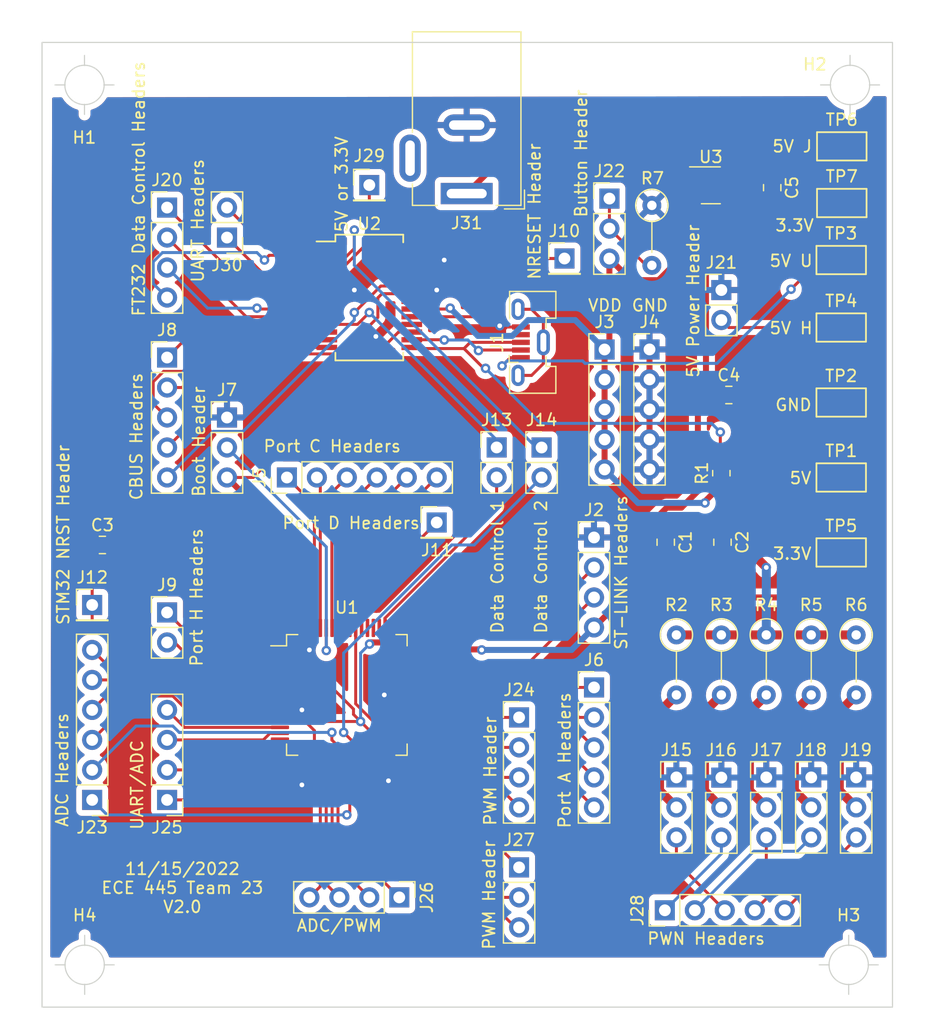
<source format=kicad_pcb>
(kicad_pcb (version 20211014) (generator pcbnew)
  (title_block (title "Team 23 PCB") (date "2022-11-15") (rev "2.0") (company "University of Illinois at Urbana-Champaign,  ECE 445 Fall 2022") (comment 1 "Edited by Yonseo Choi, Sean Kim, Aaron Gros"))
  (layers (0 "F.Cu" signal) (31 "B.Cu" signal) (34 "B.Paste" user) (35 "F.Paste" user) (36 "B.SilkS" user "B.Silkscreen") (37 "F.SilkS" user "F.Silkscreen") (38 "B.Mask" user) (39 "F.Mask" user) (44 "Edge.Cuts" user))
  (net 0 "")
  (net 1 "GND")
  (net 2 "Net-(C3-Pad1)")
  (net 3 "+3V3")
  (net 4 "Net-(J1-Pad1)")
  (net 5 "/Data-")
  (net 6 "/Data+")
  (net 8 "unconnected-(J1-Pad6)")
  (net 9 "/SWCLK")
  (net 10 "/SWDIO")
  (net 11 "Net-(J5-Pad1)")
  (net 12 "Net-(J5-Pad2)")
  (net 13 "Net-(J5-Pad3)")
  (net 14 "Net-(J5-Pad4)")
  (net 15 "Net-(J5-Pad5)")
  (net 16 "Net-(J5-Pad6)")
  (net 17 "Net-(J6-Pad1)")
  (net 18 "Net-(J6-Pad2)")
  (net 19 "Net-(J6-Pad3)")
  (net 20 "Net-(J6-Pad4)")
  (net 21 "Net-(J6-Pad5)")
  (net 22 "Net-(J7-Pad2)")
  (net 23 "Net-(J8-Pad1)")
  (net 24 "Net-(J8-Pad2)")
  (net 25 "Net-(J8-Pad3)")
  (net 26 "Net-(J8-Pad4)")
  (net 27 "Net-(J8-Pad5)")
  (net 28 "Net-(J9-Pad1)")
  (net 29 "Net-(J9-Pad2)")
  (net 30 "Net-(J10-Pad1)")
  (net 31 "Net-(J11-Pad1)")
  (net 32 "/ft232_cts")
  (net 33 "/uart4_rts")
  (net 34 "/ft232_rts")
  (net 35 "/uart4_cts")
  (net 36 "Net-(J15-Pad2)")
  (net 37 "Net-(J16-Pad2)")
  (net 38 "Net-(J17-Pad2)")
  (net 39 "Net-(J18-Pad2)")
  (net 40 "Net-(J19-Pad2)")
  (net 41 "Net-(J20-Pad1)")
  (net 42 "Net-(J20-Pad2)")
  (net 43 "Net-(J20-Pad3)")
  (net 44 "Net-(J20-Pad4)")
  (net 45 "+5V")
  (net 46 "Net-(J22-Pad1)")
  (net 61 "Net-(J21-Pad2)")
  (net 62 "/servo3")
  (net 63 "/servo1")
  (net 64 "/servo4")
  (net 65 "/servo2")
  (net 66 "/servo5")
  (net 67 "Net-(J23-Pad1)")
  (net 68 "Net-(J23-Pad2)")
  (net 69 "Net-(J23-Pad3)")
  (net 70 "Net-(J23-Pad4)")
  (net 71 "Net-(J23-Pad5)")
  (net 72 "Net-(J23-Pad6)")
  (net 73 "Net-(J24-Pad1)")
  (net 74 "Net-(J24-Pad2)")
  (net 75 "Net-(J24-Pad3)")
  (net 76 "Net-(J24-Pad4)")
  (net 77 "Net-(J25-Pad1)")
  (net 78 "Net-(J25-Pad2)")
  (net 79 "Net-(J25-Pad3)")
  (net 80 "Net-(J25-Pad4)")
  (net 81 "Net-(J26-Pad1)")
  (net 82 "Net-(J26-Pad2)")
  (net 83 "Net-(J26-Pad3)")
  (net 84 "Net-(J26-Pad4)")
  (net 85 "Net-(J27-Pad1)")
  (net 86 "Net-(J27-Pad2)")
  (net 87 "Net-(J27-Pad3)")
  (net 88 "Net-(J29-Pad1)")
  (net 89 "Net-(J30-Pad1)")
  (net 90 "Net-(J30-Pad2)")
  (net 91 "Net-(J31-Pad1)")
  (footprint "Connector_PinHeader_2.54mm:PinHeader_1x03_P2.54mm_Vertical" (layer "F.Cu") (at 195.58 106.045)
    (fp_text reference "J15")
    (fp_text value "Servo Header 3")
  )
  (footprint "MountingHole:MountingHole_3.2mm_M3" (layer "F.Cu") (at 145.415 121.92)
    (fp_text reference "H4")
    (fp_text value "MountingHole")
  )
  (footprint "MountingHole:MountingHole_3.2mm_M3" (layer "F.Cu") (at 210.185 121.92)
    (fp_text reference "H3")
    (fp_text value "MountingHole")
  )
  (footprint "Connector_PinHeader_2.54mm:PinHeader_1x03_P2.54mm_Vertical" (layer "F.Cu") (at 207.01 106.045)
    (fp_text reference "J18")
    (fp_text value "Servo Header 2")
  )
  (footprint "Connector_PinHeader_2.54mm:PinHeader_1x05_P2.54mm_Vertical" (layer "F.Cu") (at 193.3 69.8)
    (fp_text reference "J4")
    (fp_text value "GND")
  )
  (footprint "Connector_PinHeader_2.54mm:PinHeader_1x03_P2.54mm_Vertical" (layer "F.Cu") (at 182.245 113.665)
    (fp_text reference "J27")
    (fp_text value "PWM Header")
  )
  (footprint "Package_QFP:LQFP-64_10x10mm_P0.5mm" (layer "F.Cu") (at 167.64 99.06)
    (fp_text reference "U1")
    (fp_text value "STM32F446RETx")
  )
  (footprint "TestPoint:TestPoint_Keystone_5019_Minature" (layer "F.Cu") (at 209.55 80.645)
    (fp_text reference "TP1")
    (fp_text value "5V")
  )
  (footprint "TestPoint:TestPoint_Keystone_5019_Minature" (layer "F.Cu") (at 209.55 62.23)
    (fp_text reference "TP3")
    (fp_text value "5V U")
  )
  (footprint "Resistor_THT:R_Axial_DIN0207_L6.3mm_D2.5mm_P5.08mm_Vertical" (layer "F.Cu") (at 195.58 93.98 -90)
    (fp_text reference "R2")
    (fp_text value "R")
  )
  (footprint "TestPoint:TestPoint_Keystone_5019_Minature" (layer "F.Cu") (at 209.55 67.945)
    (fp_text reference "TP4")
    (fp_text value "5V H")
  )
  (footprint "Capacitor_SMD:C_0805_2012Metric_Pad1.18x1.45mm_HandSolder" (layer "F.Cu") (at 194.675 86.1275 -90)
    (fp_text reference "C1")
    (fp_text value "10uF")
  )
  (footprint "Capacitor_SMD:C_0805_2012Metric_Pad1.18x1.45mm_HandSolder" (layer "F.Cu") (at 146.9175 86.36)
    (fp_text reference "C3")
    (fp_text value "0.1uF")
  )
  (footprint "Connector_PinHeader_2.54mm:PinHeader_1x04_P2.54mm_Vertical" (layer "F.Cu") (at 152.4 57.785)
    (fp_text reference "J20")
    (fp_text value "FT232 Data Control Headers")
  )
  (footprint "Connector_PinHeader_2.54mm:PinHeader_1x05_P2.54mm_Vertical" (layer "F.Cu") (at 189.49 69.805)
    (fp_text reference "J3")
    (fp_text value "VDD")
  )
  (footprint "MountingHole:MountingHole_3.2mm_M3" (layer "F.Cu") (at 145.4 47.4)
    (fp_text reference "H1")
    (fp_text value "MountingHole")
  )
  (footprint "Connector_PinHeader_2.54mm:PinHeader_1x02_P2.54mm_Vertical" (layer "F.Cu") (at 180.34 78.1)
    (fp_text reference "J13")
    (fp_text value "Data Control 1")
  )
  (footprint "Connector_PinHeader_2.54mm:PinHeader_1x01_P2.54mm_Vertical" (layer "F.Cu") (at 175.26 84.455)
    (fp_text reference "J11")
    (fp_text value "Port D Headers")
  )
  (footprint "Connector_PinHeader_2.54mm:PinHeader_1x01_P2.54mm_Vertical" (layer "F.Cu") (at 146.05 91.44)
    (fp_text reference "J12")
    (fp_text value "STM32 NRST Header")
  )
  (footprint "Resistor_THT:R_Axial_DIN0207_L6.3mm_D2.5mm_P5.08mm_Vertical" (layer "F.Cu") (at 199.39 93.98 -90)
    (fp_text reference "R3")
    (fp_text value "R")
  )
  (footprint "Connector_PinHeader_2.54mm:PinHeader_1x04_P2.54mm_Vertical" (layer "F.Cu") (at 188.595 85.725)
    (fp_text reference "J2")
    (fp_text value "ST-LINK Headers")
  )
  (footprint "Connector_PinHeader_2.54mm:PinHeader_1x03_P2.54mm_Vertical" (layer "F.Cu") (at 157.48 75.565)
    (fp_text reference "J7")
    (fp_text value "Boot Header")
  )
  (footprint "Connector_PinHeader_2.54mm:PinHeader_1x05_P2.54mm_Vertical" (layer "F.Cu") (at 152.4 70.485)
    (fp_text reference "J8")
    (fp_text value "CBUS Headers ")
  )
  (footprint "TestPoint:TestPoint_Keystone_5019_Minature" (layer "F.Cu") (at 209.6 52.6)
    (fp_text reference "TP6")
    (fp_text value "5V J")
  )
  (footprint "Resistor_THT:R_Axial_DIN0207_L6.3mm_D2.5mm_P5.08mm_Vertical" (layer "F.Cu") (at 210.82 93.98 -90)
    (fp_text reference "R6")
    (fp_text value "R")
  )
  (footprint "Package_TO_SOT_SMD:SOT-23-5" (layer "F.Cu") (at 198.5 55.9)
    (fp_text reference "U3")
    (fp_text value "TLV73333PDBV")
  )
  (footprint "Package_SO:SSOP-28_5.3x10.2mm_P0.65mm" (layer "F.Cu") (at 169.545 65.405)
    (fp_text reference "U2")
    (fp_text value "FT232RL")
  )
  (footprint "Connector_PinHeader_2.54mm:PinHeader_1x04_P2.54mm_Vertical" (layer "F.Cu") (at 182.245 100.965)
    (fp_text reference "J24")
    (fp_text value "PWM Header")
  )
  (footprint "Resistor_THT:R_Axial_DIN0207_L6.3mm_D2.5mm_P5.08mm_Vertical" (layer "F.Cu") (at 203.2 93.98 -90)
    (fp_text reference "R4")
    (fp_text value "R")
  )
  (footprint "Connector_PinHeader_2.54mm:PinHeader_1x05_P2.54mm_Vertical" (layer "F.Cu") (at 194.6 117.3 90)
    (fp_text reference "J28")
    (fp_text value "PWN Headers")
  )
  (footprint "Connector_PinHeader_2.54mm:PinHeader_1x04_P2.54mm_Vertical" (layer "F.Cu") (at 152.4 107.95 180)
    (fp_text reference "J25")
    (fp_text value "UART/ADC")
  )
  (footprint "Connector_PinHeader_2.54mm:PinHeader_1x03_P2.54mm_Vertical" (layer "F.Cu") (at 203.2 106.045)
    (fp_text reference "J17")
    (fp_text value "Servo Header 4")
  )
  (footprint "Connector_PinHeader_2.54mm:PinHeader_1x01_P2.54mm_Vertical" (layer "F.Cu") (at 186.09 62.1)
    (fp_text reference "J10")
    (fp_text value "NRESET Header")
  )
  (footprint "Connector_PinHeader_2.54mm:PinHeader_1x02_P2.54mm_Vertical" (layer "F.Cu") (at 199.39 64.77)
    (fp_text reference "J21")
    (fp_text value "5V Power Header")
  )
  (footprint "MountingHole:MountingHole_3.2mm_M3" (layer "F.Cu") (at 210.3 47.4)
    (fp_text reference "H2")
    (fp_text value "MountingHole")
  )
  (footprint "Connector_PinHeader_2.54mm:PinHeader_1x06_P2.54mm_Vertical" (layer "F.Cu") (at 162.56 80.645 90)
    (fp_text reference "J5")
    (fp_text value "Port C Headers")
  )
  (footprint "Connector_PinHeader_2.54mm:PinHeader_1x01_P2.54mm_Vertical" (layer "F.Cu") (at 169.545 55.88)
    (fp_text reference "J29")
    (fp_text value "5V or 3.3V")
  )
  (footprint "Connector_PinHeader_2.54mm:PinHeader_1x05_P2.54mm_Vertical" (layer "F.Cu") (at 188.595 98.425)
    (fp_text reference "J6")
    (fp_text value "Port A Headers")
  )
  (footprint "Connector_PinHeader_2.54mm:PinHeader_1x03_P2.54mm_Vertical" (layer "F.Cu") (at 210.82 106.045)
    (fp_text reference "J19")
    (fp_text value "Servo Header 5")
  )
  (footprint "Connector_USB:USB_Micro-B_Molex-105133-0031" (layer "F.Cu") (at 183.225 69.2 90)
    (fp_text reference "J1")
    (fp_text value "USB_B_Micro")
  )
  (footprint "Connector_PinHeader_2.54mm:PinHeader_1x04_P2.54mm_Vertical" (layer "F.Cu") (at 172.085 116.205 -90)
    (fp_text reference "J26")
    (fp_text value "ADC/PWM")
  )
  (footprint "Connector_BarrelJack:BarrelJack_Wuerth_6941xx301002" (layer "F.Cu") (at 177.8 56.6 180)
    (fp_text reference "J31")
    (fp_text value "Jack-DC")
  )
  (footprint "Connector_PinHeader_2.54mm:PinHeader_1x03_P2.54mm_Vertical" (layer "F.Cu") (at 189.9 57.025)
    (fp_text reference "J22")
    (fp_text value "Button Header")
  )
  (footprint "TestPoint:TestPoint_Keystone_5019_Minature" (layer "F.Cu") (at 209.6 57.4)
    (fp_text reference "TP7")
    (fp_text value "3.3V")
  )
  (footprint "Capacitor_SMD:C_0805_2012Metric_Pad1.18x1.45mm_HandSolder" (layer "F.Cu") (at 200.025 73.66)
    (fp_text reference "C4")
    (fp_text value "100uF")
  )
  (footprint "Connector_PinHeader_2.54mm:PinHeader_1x02_P2.54mm_Vertical" (layer "F.Cu") (at 157.48 60.325 180)
    (fp_text reference "J30")
    (fp_text value "UART Headers")
  )
  (footprint "Connector_PinHeader_2.54mm:PinHeader_1x02_P2.54mm_Vertical" (layer "F.Cu") (at 152.4 92.075)
    (fp_text reference "J9")
    (fp_text value "Port H Headers")
  )
  (footprint "TestPoint:TestPoint_Keystone_5019_Minature" (layer "F.Cu") (at 209.55 86.995)
    (fp_text reference "TP5")
    (fp_text value "3.3V")
  )
  (footprint "Resistor_THT:R_Axial_DIN0207_L6.3mm_D2.5mm_P5.08mm_Vertical" (layer "F.Cu") (at 193.5 57.6 -90)
    (fp_text reference "R7")
    (fp_text value "R")
  )
  (footprint "Capacitor_SMD:C_0805_2012Metric_Pad1.18x1.45mm_HandSolder" (layer "F.Cu") (at 203.7 56.1 -90)
    (fp_text reference "C5")
    (fp_text value "0.1uF")
  )
  (footprint "TestPoint:TestPoint_Keystone_5019_Minature" (layer "F.Cu") (at 209.55 74.295)
    (fp_text reference "TP2")
    (fp_text value "GND")
  )
  (footprint "Resistor_SMD:R_0805_2012Metric_Pad1.20x1.40mm_HandSolder" (layer "F.Cu") (at 199.39 80.28 90)
    (fp_text reference "R1")
    (fp_text value "1.5k ohm")
  )
  (footprint "Capacitor_SMD:C_0805_2012Metric_Pad1.18x1.45mm_HandSolder" (layer "F.Cu") (at 199.485 86.1275 -90)
    (fp_text reference "C2")
    (fp_text value "0.1uF")
  )
  (footprint "Resistor_THT:R_Axial_DIN0207_L6.3mm_D2.5mm_P5.08mm_Vertical" (layer "F.Cu") (at 207.01 93.98 -90)
    (fp_text reference "R5")
    (fp_text value "R")
  )
  (footprint "Connector_PinHeader_2.54mm:PinHeader_1x03_P2.54mm_Vertical" (layer "F.Cu") (at 199.39 106.06)
    (fp_text reference "J16")
    (fp_text value "Servo Header 1")
  )
  (footprint "Connector_PinHeader_2.54mm:PinHeader_1x06_P2.54mm_Vertical" (layer "F.Cu") (at 146.05 107.95 180)
    (fp_text reference "J23")
    (fp_text value "ADC Headers")
  )
  (footprint "Connector_PinHeader_2.54mm:PinHeader_1x02_P2.54mm_Vertical" (layer "F.Cu") (at 184.15 78.105)
    (fp_text reference "J14")
    (fp_text value "Data Control 2")
  )
  (gr_rect (start 213.9 125.5) (end 141.8 43.8) (layer "Edge.Cuts") (width 0.1) (fill none))
  (gr_text "11/15/2022\nECE 445 Team 23\nV2.0" (at 153.7 115.4) (layer "F.SilkS") (effects (font (size 1 1))))
  (target plus (at 210.185 121.92) (size 5) (width 0.1) (layer "Edge.Cuts"))
  (target plus (at 145.415 121.92) (size 5) (width 0.1) (layer "Edge.Cuts"))
  (target plus (at 145.4 47.4) (size 5) (width 0.1) (layer "Edge.Cuts"))
  (target plus (at 210.3 47.4) (size 5) (width 0.1) (layer "Edge.Cuts"))
  (segment (start 163.35 100.81) (end 163.83 100.33) (width 0.25) (layer "F.Cu") (net 1))
  (segment (start 173.145 62.48) (end 175.645 62.48) (width 0.25) (layer "F.Cu") (net 1))
  (segment (start 164.39 104.735) (end 164.39 106.12) (width 0.25) (layer "F.Cu") (net 1))
  (segment (start 161.965 100.81) (end 163.35 100.81) (width 0.25) (layer "F.Cu") (net 1))
  (segment (start 174.3 65.73) (end 175.26 64.77) (width 0.25) (layer "F.Cu") (net 1))
  (segment (start 173.145 65.73) (end 174.3 65.73) (width 0.25) (layer "F.Cu") (net 1))
  (segment (start 170.89 104.735) (end 170.89 106.051085) (width 0.25) (layer "F.Cu") (net 1))
  (segment (start 172.16 95.81) (end 170.815 97.155) (width 0.254) (layer "F.Cu") (net 1))
  (segment (start 173.315 95.81) (end 172.16 95.81) (width 0.254) (layer "F.Cu") (net 1))
  (segment (start 167.965 65.08) (end 168.275 64.77) (width 0.25) (layer "F.Cu") (net 1))
  (segment (start 182.4 67.9) (end 180.7 67.9) (width 0.254) (layer "F.Cu") (net 1))
  (segment (start 164.39 93.385) (end 164.39 95.175) (width 0.25) (layer "F.Cu") (net 1))
  (segment (start 173.145 67.68) (end 171.12 67.68) (width 0.254) (layer "F.Cu") (net 1))
  (segment (start 180.7 67.9) (end 180.6 67.8) (width 0.254) (layer "F.Cu") (net 1))
  (segment (start 175.645 62.48) (end 175.895 62.23) (width 0.25) (layer "F.Cu") (net 1))
  (segment (start 164.39 95.175) (end 164.465 95.25) (width 0.25) (layer "F.Cu") (net 1))
  (segment (start 171.12 67.68) (end 170.1 68.7) (width 0.254) (layer "F.Cu") (net 1))
  (segment (start 164.39 106.12) (end 163.83 106.68) (width 0.25) (layer "F.Cu") (net 1))
  (segment (start 170.815 97.155) (end 170.815 99.06) (width 0.254) (layer "F.Cu") (net 1))
  (segment (start 170.89 106.051085) (end 171.166958 106.328043) (width 0.25) (layer "F.Cu") (net 1))
  (segment (start 165.945 65.08) (end 167.965 65.08) (width 0.25) (layer "F.Cu") (net 1))
  (via (at 163.83 106.68) (size 0.8) (drill 0.4) (layers "F.Cu" "B.Cu") (net 1))
  (via (at 168.275 64.77) (size 0.8) (drill 0.4) (layers "F.Cu" "B.Cu") (net 1))
  (via (at 164.465 95.25) (size 0.8) (drill 0.4) (layers "F.Cu" "B.Cu") (net 1))
  (via (at 163.83 100.33) (size 0.8) (drill 0.4) (layers "F.Cu" "B.Cu") (net 1))
  (via (at 180.6 67.8) (size 0.8) (drill 0.4) (layers "F.Cu" "B.Cu") (net 1))
  (via (at 175.895 62.23) (size 0.8) (drill 0.4) (layers "F.Cu" "B.Cu") (net 1))
  (via (at 171.166958 106.328043) (size 0.8) (drill 0.4) (layers "F.Cu" "B.Cu") (net 1))
  (via (at 170.1 68.7) (size 0.8) (drill 0.4) (layers "F.Cu" "B.Cu") (net 1))
  (via (at 175.26 64.77) (size 0.8) (drill 0.4) (layers "F.Cu" "B.Cu") (net 1))
  (via (at 170.815 99.06) (size 0.8) (drill 0.4) (layers "F.Cu" "B.Cu") (net 1))
  (segment (start 149.86 96.52) (end 146.05 92.71) (width 0.25) (layer "F.Cu") (net 2))
  (segment (start 146.05 86.53) (end 146.05 91.44) (width 0.25) (layer "F.Cu") (net 2))
  (segment (start 146.05 92.71) (end 146.05 91.44) (width 0.25) (layer "F.Cu") (net 2))
  (segment (start 153.036396 96.52) (end 149.86 96.52) (width 0.25) (layer "F.Cu") (net 2))
  (segment (start 145.88 86.36) (end 146.05 86.53) (width 0.25) (layer "F.Cu") (net 2))
  (segment (start 154.826396 98.31) (end 153.036396 96.52) (width 0.25) (layer "F.Cu") (net 2))
  (segment (start 161.965 98.31) (end 154.826396 98.31) (width 0.25) (layer "F.Cu") (net 2))
  (segment (start 203.5875 54.95) (end 203.7 55.0625) (width 0.508) (layer "F.Cu") (net 3))
  (segment (start 163.786 86.951) (end 163.786 93.865881) (width 0.508) (layer "F.Cu") (net 3))
  (segment (start 168.203604 100.26) (end 168.203604 100.707919) (width 0.25) (layer "F.Cu") (net 3))
  (segment (start 197.4 75.2475) (end 198.9875 73.66) (width 0.508) (layer "F.Cu") (net 3))
  (segment (start 172.676 95.206) (end 172.085 94.615) (width 0.508) (layer "F.Cu") (net 3))
  (segment (start 179.07 95.25) (end 173.375 95.25) (width 0.25) (layer "F.Cu") (net 3))
  (segment (start 164.89 104.735) (end 164.89 102.08) (width 0.25) (layer "F.Cu") (net 3))
  (segment (start 173.375 95.25) (end 173.315 95.31) (width 0.25) (layer "F.Cu") (net 3))
  (segment (start 168.805685 101.31) (end 164.12 101.31) (width 0.25) (layer "F.Cu") (net 3))
  (segment (start 172.085 94.615) (end 169.702617 94.615) (width 0.508) (layer "F.Cu") (net 3))
  (segment (start 168.203604 100.707919) (end 168.805685 101.31) (width 0.25) (layer "F.Cu") (net 3))
  (segment (start 166.37 98.425) (end 166.37 98.426396) (width 0.25) (layer "F.Cu") (net 3))
  (segment (start 179.026 95.206) (end 172.676 95.206) (width 0.508) (layer "F.Cu") (net 3))
  (segment (start 169.702617 94.615) (end 169.565671 94.751946) (width 0.508) (layer "F.Cu") (net 3))
  (segment (start 171.39 103.894315) (end 168.805685 101.31) (width 0.25) (layer "F.Cu") (net 3))
  (segment (start 166.37 98.426396) (end 168.203604 100.26) (width 0.25) (layer "F.Cu") (net 3))
  (segment (start 159.705 80.645) (end 157.48 80.645) (width 0.25) (layer "F.Cu") (net 3))
  (segment (start 171.39 104.735) (end 171.39 103.894315) (width 0.25) (layer "F.Cu") (net 3))
  (segment (start 163.195 95.25) (end 166.37 98.425) (width 0.25) (layer "F.Cu") (net 3))
  (segment (start 164.89 102.08) (end 164.12 101.31) (width 0.25) (layer "F.Cu") (net 3))
  (segment (start 161.965 95.31) (end 162.025 95.25) (width 0.25) (layer "F.Cu") (net 3))
  (segment (start 192.405 90.805) (end 191.77 90.17) (width 0.508) (layer "F.Cu") (net 3))
  (segment (start 206.0375 57.4) (end 209.6 57.4) (width 0.508) (layer "F.Cu") (net 3))
  (segment (start 196 83.2) (end 197.4 81.8) (width 0.508) (layer "F.Cu") (net 3))
  (segment (start 173.145 68.33) (end 172.02 68.33) (width 0.25) (layer "F.Cu") (net 3))
  (segment (start 188.595 93.345) (end 191.77 90.17) (width 0.508) (layer "F.Cu") (net 3))
  (segment (start 172.02 68.33) (end 159.705 80.645) (width 0.25) (layer "F.Cu") (net 3))
  (segment (start 198.086 60.6765) (end 203.7 55.0625) (width 0.508) (layer "F.Cu") (net 3))
  (segment (start 198.086 72.7585) (end 198.086 60.6765) (width 0.508) (layer "F.Cu") (net 3))
  (segment (start 197.4 81.8) (end 197.4 75.2475) (width 0.508) (layer "F.Cu") (net 3))
  (segment (start 209.55 86.995) (end 205.74 90.805) (width 0.508) (layer "F.Cu") (net 3))
  (segment (start 162.025 95.25) (end 163.195 95.25) (width 0.25) (layer "F.Cu") (net 3))
  (segment (start 205.74 90.805) (end 192.405 90.805) (width 0.508) (layer "F.Cu") (net 3))
  (segment (start 191.77 86.186894) (end 194.756894 83.2) (width 0.508) (layer "F.Cu") (net 3))
  (segment (start 203.7 55.0625) (end 206.0375 57.4) (width 0.508) (layer "F.Cu") (net 3))
  (segment (start 162.445881 95.206) (end 161.965 95.206) (width 0.508) (layer "F.Cu") (net 3))
  (segment (start 198.9875 73.66) (end 198.086 72.7585) (width 0.508) (layer "F.Cu") (net 3))
  (segment (start 199.6375 54.95) (end 203.5875 54.95) (width 0.508) (layer "F.Cu") (net 3))
  (segment (start 179.07 95.25) (end 179.026 95.206) (width 0.508) (layer "F.Cu") (net 3))
  (segment (start 191.77 90.17) (end 191.77 86.186894) (width 0.508) (layer "F.Cu") (net 3))
  (segment (start 161.965 95.31) (end 163.89 93.385) (width 0.25) (layer "F.Cu") (net 3))
  (segment (start 164.12 101.31) (end 161.965 101.31) (width 0.25) (layer "F.Cu") (net 3))
  (segment (start 163.786 93.865881) (end 162.445881 95.206) (width 0.508) (layer "F.Cu") (net 3))
  (segment (start 194.756894 83.2) (end 196 83.2) (width 0.508) (layer "F.Cu") (net 3))
  (segment (start 157.48 80.645) (end 163.89 87.055) (width 0.25) (layer "F.Cu") (net 3))
  (segment (start 163.89 87.055) (end 163.89 93.385) (width 0.25) (layer "F.Cu") (net 3))
  (segment (start 157.48 80.645) (end 163.786 86.951) (width 0.508) (layer "F.Cu") (net 3))
  (via (at 179.07 95.25) (size 0.8) (drill 0.4) (layers "F.Cu" "B.Cu") (net 3))
  (via (at 169.565671 94.751946) (size 0.8) (drill 0.4) (layers "F.Cu" "B.Cu") (net 3))
  (via (at 168.805685 101.31) (size 0.8) (drill 0.4) (layers "F.Cu" "B.Cu") (net 3))
  (segment (start 169.565671 94.751946) (end 168.805685 95.511932) (width 0.25) (layer "B.Cu") (net 3))
  (segment (start 188.595 93.345) (end 186.69 95.25) (width 0.508) (layer "B.Cu") (net 3))
  (segment (start 186.69 95.25) (end 179.07 95.25) (width 0.508) (layer "B.Cu") (net 3))
  (segment (start 168.805685 95.511932) (end 168.805685 101.31) (width 0.25) (layer "B.Cu") (net 3))
  (segment (start 182.4 70.5) (end 181.875 70.5) (width 0.254) (layer "F.Cu") (net 4))
  (segment (start 205.3 64.7) (end 207.77 62.23) (width 0.254) (layer "F.Cu") (net 4))
  (segment (start 181.5 70.5) (end 180.8 71.2) (width 0.254) (layer "F.Cu") (net 4))
  (segment (start 182.4 70.5) (end 181.5 70.5) (width 0.254) (layer "F.Cu") (net 4))
  (segment (start 207.77 62.23) (end 209.55 62.23) (width 0.254) (layer "F.Cu") (net 4))
  (via (at 205.3 64.7) (size 0.8) (drill 0.4) (layers "F.Cu" "B.Cu") (net 4))
  (via (at 180.8 71.2) (size 0.8) (drill 0.4) (layers "F.Cu" "B.Cu") (net 4))
  (segment (start 181.227 70.773) (end 187.627 70.773) (width 0.254) (layer "B.Cu") (net 4))
  (segment (start 187.627 70.773) (end 187.836 70.982) (width 0.254) (layer "B.Cu") (net 4))
  (segment (start 180.8 71.2) (end 181.227 70.773) (width 0.254) (layer "B.Cu") (net 4))
  (segment (start 199.018 70.982) (end 205.3 64.7) (width 0.254) (layer "B.Cu") (net 4))
  (segment (start 187.836 70.982) (end 199.018 70.982) (width 0.254) (layer "B.Cu") (net 4))
  (segment (start 178.8 69.9) (end 178.85 69.85) (width 0.254) (layer "F.Cu") (net 5))
  (segment (start 175.88 68.98) (end 175.9 69) (width 0.254) (layer "F.Cu") (net 5))
  (segment (start 178.85 69.85) (end 182.4 69.85) (width 0.254) (layer "F.Cu") (net 5))
  (segment (start 173.145 68.98) (end 175.88 68.98) (width 0.254) (layer "F.Cu") (net 5))
  (via (at 178.8 69.9) (size 0.8) (drill 0.4) (layers "F.Cu" "B.Cu") (net 5))
  (via (at 175.9 69) (size 0.8) (drill 0.4) (layers "F.Cu" "B.Cu") (net 5))
  (segment (start 177.9 69) (end 178.8 69.9) (width 0.254) (layer "B.Cu") (net 5))
  (segment (start 175.9 69) (end 177.9 69) (width 0.254) (layer "B.Cu") (net 5))
  (segment (start 177.573 69.727) (end 178.1 69.2) (width 0.254) (layer "F.Cu") (net 6))
  (segment (start 179.246 71.4) (end 179.4 71.4) (width 0.254) (layer "F.Cu") (net 6))
  (segment (start 177.573 69.727) (end 179.246 71.4) (width 0.254) (layer "F.Cu") (net 6))
  (segment (start 173.145 69.63) (end 173.242 69.727) (width 0.254) (layer "F.Cu") (net 6))
  (segment (start 199.3 79.19) (end 199.39 79.28) (width 0.254) (layer "F.Cu") (net 6))
  (segment (start 173.242 69.727) (end 177.573 69.727) (width 0.254) (layer "F.Cu") (net 6))
  (segment (start 199.3 76.8) (end 199.3 79.19) (width 0.254) (layer "F.Cu") (net 6))
  (segment (start 178.1 69.2) (end 182.4 69.2) (width 0.254) (layer "F.Cu") (net 6))
  (via (at 199.3 76.8) (size 0.8) (drill 0.4) (layers "F.Cu" "B.Cu") (net 6))
  (via (at 179.4 71.4) (size 0.8) (drill 0.4) (layers "F.Cu" "B.Cu") (net 6))
  (segment (start 198.562 76.062) (end 199.3 76.8) (width 0.254) (layer "B.Cu") (net 6))
  (segment (start 179.4 71.4) (end 184.062 76.062) (width 0.254) (layer "B.Cu") (net 6))
  (segment (start 184.062 76.062) (end 198.562 76.062) (width 0.254) (layer "B.Cu") (net 6))
  (segment (start 183.3 72) (end 184.3 71) (width 0.254) (layer "F.Cu") (net 8))
  (segment (start 184.3 71) (end 184.3 69.2) (width 0.254) (layer "F.Cu") (net 8))
  (segment (start 183.3 66.4) (end 182.15 66.4) (width 0.254) (layer "F.Cu") (net 8))
  (segment (start 184.3 69.2) (end 184.3 67.4) (width 0.254) (layer "F.Cu") (net 8))
  (segment (start 184.3 67.4) (end 183.3 66.4) (width 0.254) (layer "F.Cu") (net 8))
  (segment (start 182.15 72) (end 183.3 72) (width 0.254) (layer "F.Cu") (net 8))
  (segment (start 183.475 93.385) (end 171.39 93.385) (width 0.25) (layer "F.Cu") (net 9))
  (segment (start 188.595 88.265) (end 183.475 93.385) (width 0.25) (layer "F.Cu") (net 9))
  (segment (start 188.595 90.805) (end 183.09 96.31) (width 0.25) (layer "F.Cu") (net 10))
  (segment (start 183.09 96.31) (end 173.315 96.31) (width 0.25) (layer "F.Cu") (net 10))
  (segment (start 162.56 80.645) (end 164.89 82.975) (width 0.25) (layer "F.Cu") (net 11))
  (segment (start 164.89 82.975) (end 164.89 93.385) (width 0.25) (layer "F.Cu") (net 11))
  (segment (start 165.1 80.645) (end 165.39 80.935) (width 0.25) (layer "F.Cu") (net 12))
  (segment (start 165.39 80.935) (end 165.39 93.385) (width 0.25) (layer "F.Cu") (net 12))
  (segment (start 167.64 80.645) (end 166.37 81.915) (width 0.25) (layer "F.Cu") (net 13))
  (segment (start 166.37 81.915) (end 166.37 93.365) (width 0.25) (layer "F.Cu") (net 13))
  (segment (start 166.37 93.365) (end 166.39 93.385) (width 0.25) (layer "F.Cu") (net 13))
  (segment (start 166.89 83.935) (end 166.89 93.385) (width 0.25) (layer "F.Cu") (net 14))
  (segment (start 170.18 80.645) (end 166.89 83.935) (width 0.25) (layer "F.Cu") (net 14))
  (segment (start 172.72 80.645) (end 167.39 85.975) (width 0.25) (layer "F.Cu") (net 15))
  (segment (start 167.39 85.975) (end 167.39 93.385) (width 0.25) (layer "F.Cu") (net 15))
  (segment (start 167.89 88.015) (end 167.89 93.385) (width 0.25) (layer "F.Cu") (net 16))
  (segment (start 175.26 80.645) (end 167.89 88.015) (width 0.25) (layer "F.Cu") (net 16))
  (segment (start 185.425584 98.425) (end 183.810584 96.81) (width 0.25) (layer "F.Cu") (net 17))
  (segment (start 188.595 98.425) (end 185.425584 98.425) (width 0.25) (layer "F.Cu") (net 17))
  (segment (start 183.810584 96.81) (end 173.315 96.81) (width 0.25) (layer "F.Cu") (net 17))
  (segment (start 188.595 100.965) (end 187.329188 100.965) (width 0.25) (layer "F.Cu") (net 18))
  (segment (start 183.674188 97.31) (end 173.315 97.31) (width 0.25) (layer "F.Cu") (net 18))
  (segment (start 187.329188 100.965) (end 183.674188 97.31) (width 0.25) (layer "F.Cu") (net 18))
  (segment (start 183.537792 97.81) (end 173.315 97.81) (width 0.25) (layer "F.Cu") (net 19))
  (segment (start 185.05 99.96) (end 185.05 99.322208) (width 0.25) (layer "F.Cu") (net 19))
  (segment (start 188.595 103.505) (end 185.05 99.96) (width 0.25) (layer "F.Cu") (net 19))
  (segment (start 185.05 99.322208) (end 183.537792 97.81) (width 0.25) (layer "F.Cu") (net 19))
  (segment (start 184.6 102.05) (end 184.6 99.508604) (width 0.25) (layer "F.Cu") (net 20))
  (segment (start 184.6 99.508604) (end 183.401396 98.31) (width 0.25) (layer "F.Cu") (net 20))
  (segment (start 183.401396 98.31) (end 173.315 98.31) (width 0.25) (layer "F.Cu") (net 20))
  (segment (start 188.595 106.045) (end 184.6 102.05) (width 0.25) (layer "F.Cu") (net 20))
  (segment (start 183.265 98.81) (end 173.315 98.81) (width 0.25) (layer "F.Cu") (net 21))
  (segment (start 184.15 104.14) (end 184.15 99.695) (width 0.25) (layer "F.Cu") (net 21))
  (segment (start 184.15 99.695) (end 183.265 98.81) (width 0.25) (layer "F.Cu") (net 21))
  (segment (start 188.595 108.585) (end 184.15 104.14) (width 0.25) (layer "F.Cu") (net 21))
  (segment (start 165.9 95.3) (end 165.9 93.395) (width 0.254) (layer "F.Cu") (net 22))
  (segment (start 165.9 93.395) (end 165.89 93.385) (width 0.254) (layer "F.Cu") (net 22))
  (via (at 165.9 95.3) (size 0.8) (drill 0.4) (layers "F.Cu" "B.Cu") (net 22))
  (segment (start 165.9 86.525) (end 165.5375 86.1625) (width 0.254) (layer "B.Cu") (net 22))
  (segment (start 165.735 86.36) (end 165.5375 86.1625) (width 0.25) (layer "B.Cu") (net 22))
  (segment (start 165.9 95.3) (end 165.9 86.525) (width 0.254) (layer "B.Cu") (net 22))
  (segment (start 165.5375 86.1625) (end 157.48 78.105) (width 0.25) (layer "B.Cu") (net 22))
  (segment (start 154.555 68.33) (end 165.945 68.33) (width 0.25) (layer "F.Cu") (net 23))
  (segment (start 152.4 70.485) (end 154.555 68.33) (width 0.25) (layer "F.Cu") (net 23))
  (segment (start 153.67 73.025) (end 157.065 69.63) (width 0.25) (layer "F.Cu") (net 24))
  (segment (start 152.4 73.025) (end 153.67 73.025) (width 0.25) (layer "F.Cu") (net 24))
  (segment (start 157.065 69.63) (end 165.945 69.63) (width 0.25) (layer "F.Cu") (net 24))
  (segment (start 151.225 72.538299) (end 152.103299 71.66) (width 0.25) (layer "F.Cu") (net 25))
  (segment (start 152.4 75.565) (end 151.225 74.39) (width 0.25) (layer "F.Cu") (net 25))
  (segment (start 152.103299 71.66) (end 154.398604 71.66) (width 0.25) (layer "F.Cu") (net 25))
  (segment (start 154.398604 71.66) (end 157.078604 68.98) (width 0.25) (layer "F.Cu") (net 25))
  (segment (start 151.225 74.39) (end 151.225 72.538299) (width 0.25) (layer "F.Cu") (net 25))
  (segment (start 157.078604 68.98) (end 165.945 68.98) (width 0.25) (layer "F.Cu") (net 25))
  (segment (start 170.272 67.078) (end 170.075 67.275) (width 0.254) (layer "F.Cu") (net 26))
  (segment (start 160.325 70.18) (end 167.17 70.18) (width 0.25) (layer "F.Cu") (net 26))
  (segment (start 170.62 65.08) (end 170.272 65.428) (width 0.254) (layer "F.Cu") (net 26))
  (segment (start 170.272 65.428) (end 170.272 67.078) (width 0.254) (layer "F.Cu") (net 26))
  (segment (start 167.17 70.18) (end 170.075 67.275) (width 0.25) (layer "F.Cu") (net 26))
  (segment (start 152.4 78.105) (end 160.325 70.18) (width 0.25) (layer "F.Cu") (net 26))
  (segment (start 173.145 65.08) (end 170.62 65.08) (width 0.254) (layer "F.Cu") (net 26))
  (segment (start 168.275 66.675) (end 170.52 64.43) (width 0.25) (layer "F.Cu") (net 27))
  (segment (start 170.52 64.43) (end 173.145 64.43) (width 0.25) (layer "F.Cu") (net 27))
  (via (at 168.275 66.675) (size 0.8) (drill 0.4) (layers "F.Cu" "B.Cu") (net 27))
  (segment (start 168.275 67.31) (end 168.275 66.675) (width 0.25) (layer "B.Cu") (net 27))
  (segment (start 158.845 76.74) (end 168.275 67.31) (width 0.25) (layer "B.Cu") (net 27))
  (segment (start 156.305 76.74) (end 158.845 76.74) (width 0.25) (layer "B.Cu") (net 27))
  (segment (start 152.4 80.645) (end 156.305 76.74) (width 0.25) (layer "B.Cu") (net 27))
  (segment (start 157.635 97.31) (end 152.4 92.075) (width 0.25) (layer "F.Cu") (net 28))
  (segment (start 152.4 92.075) (end 152.4 92.71) (width 0.25) (layer "F.Cu") (net 28))
  (segment (start 161.965 97.31) (end 157.635 97.31) (width 0.25) (layer "F.Cu") (net 28))
  (segment (start 153.035 94.615) (end 152.4 94.615) (width 0.25) (layer "F.Cu") (net 29))
  (segment (start 161.965 97.81) (end 156.23 97.81) (width 0.25) (layer "F.Cu") (net 29))
  (segment (start 156.23 97.81) (end 153.035 94.615) (width 0.25) (layer "F.Cu") (net 29))
  (segment (start 178.97 67.03) (end 183.9 62.1) (width 0.254) (layer "F.Cu") (net 30))
  (segment (start 183.9 62.1) (end 186.09 62.1) (width 0.254) (layer "F.Cu") (net 30))
  (segment (start 173.145 67.03) (end 178.97 67.03) (width 0.254) (layer "F.Cu") (net 30))
  (segment (start 168.89 90.825) (end 168.89 93.385) (width 0.25) (layer "F.Cu") (net 31))
  (segment (start 175.26 84.455) (end 168.89 90.825) (width 0.25) (layer "F.Cu") (net 31))
  (segment (start 165.945 67.68) (end 168.54 67.68) (width 0.25) (layer "F.Cu") (net 32))
  (segment (start 168.54 67.68) (end 169.545 66.675) (width 0.25) (layer "F.Cu") (net 32))
  (via (at 169.545 66.675) (size 0.8) (drill 0.4) (layers "F.Cu" "B.Cu") (net 32))
  (segment (start 180.34 77.47) (end 180.34 78.1) (width 0.25) (layer "B.Cu") (net 32))
  (segment (start 169.545 66.675) (end 180.34 77.47) (width 0.25) (layer "B.Cu") (net 32))
  (segment (start 170.865 92.569315) (end 170.865 93.36) (width 0.25) (layer "F.Cu") (net 33))
  (segment (start 180.34 83.094315) (end 170.865 92.569315) (width 0.25) (layer "F.Cu") (net 33))
  (segment (start 180.34 80.64) (end 180.34 83.094315) (width 0.25) (layer "F.Cu") (net 33))
  (segment (start 170.865 93.36) (end 170.89 93.385) (width 0.25) (layer "F.Cu") (net 33))
  (segment (start 167.045 62.48) (end 168.275 61.25) (width 0.25) (layer "F.Cu") (net 34))
  (segment (start 168.275 61.25) (end 168.275 59.69) (width 0.25) (layer "F.Cu") (net 34))
  (segment (start 165.945 62.48) (end 167.045 62.48) (width 0.25) (layer "F.Cu") (net 34))
  (via (at 168.275 59.69) (size 0.8) (drill 0.4) (layers "F.Cu" "B.Cu") (net 34))
  (segment (start 168.275 59.69) (end 168.275 62.675) (width 0.25) (layer "B.Cu") (net 34))
  (segment (start 183.705 78.105) (end 184.15 78.105) (width 0.25) (layer "B.Cu") (net 34))
  (segment (start 168.275 62.675) (end 183.705 78.105) (width 0.25) (layer "B.Cu") (net 34))
  (segment (start 168.39 104.735) (end 168.39 103.255497) (width 0.25) (layer "F.Cu") (net 35))
  (segment (start 168.39 103.255497) (end 167.369503 102.235) (width 0.25) (layer "F.Cu") (net 35))
  (via (at 167.369503 102.235) (size 0.8) (drill 0.4) (layers "F.Cu" "B.Cu") (net 35))
  (segment (start 167.369503 95.520497) (end 176.53 86.36) (width 0.254) (layer "B.Cu") (net 35))
  (segment (start 167.369503 97.425497) (end 167.369503 95.520497) (width 0.254) (layer "B.Cu") (net 35))
  (segment (start 178.435 86.36) (end 184.15 80.645) (width 0.25) (layer "B.Cu") (net 35))
  (segment (start 167.369503 102.235) (end 167.369503 97.425497) (width 0.25) (layer "B.Cu") (net 35))
  (segment (start 176.53 86.36) (end 178.435 86.36) (width 0.254) (layer "B.Cu") (net 35))
  (segment (start 194.149 100.491) (end 194.149 107.154) (width 0.762) (layer "F.Cu") (net 36))
  (segment (start 195.58 99.06) (end 194.149 100.491) (width 0.762) (layer "F.Cu") (net 36))
  (segment (start 194.149 107.154) (end 195.58 108.585) (width 0.762) (layer "F.Cu") (net 36))
  (segment (start 197.959 107.169) (end 199.39 108.6) (width 0.762) (layer "F.Cu") (net 37))
  (segment (start 199.39 99.06) (end 197.959 100.491) (width 0.762) (layer "F.Cu") (net 37))
  (segment (start 197.959 100.491) (end 197.959 107.169) (width 0.762) (layer "F.Cu") (net 37))
  (segment (start 201.769 100.491) (end 201.769 107.154) (width 0.762) (layer "F.Cu") (net 38))
  (segment (start 203.2 99.06) (end 201.769 100.491) (width 0.762) (layer "F.Cu") (net 38))
  (segment (start 201.769 107.154) (end 203.2 108.585) (width 0.762) (layer "F.Cu") (net 38))
  (segment (start 205.579 107.154) (end 207.01 108.585) (width 0.762) (layer "F.Cu") (net 39))
  (segment (start 205.579 100.491) (end 205.579 107.154) (width 0.762) (layer "F.Cu") (net 39))
  (segment (start 207.01 99.06) (end 205.579 100.491) (width 0.762) (layer "F.Cu") (net 39))
  (segment (start 209.389 100.491) (end 209.389 107.154) (width 0.762) (layer "F.Cu") (net 40))
  (segment (start 210.82 99.06) (end 209.389 100.491) (width 0.762) (layer "F.Cu") (net 40))
  (segment (start 209.389 107.154) (end 210.82 108.585) (width 0.762) (layer "F.Cu") (net 40))
  (segment (start 152.4 57.785) (end 159.045 64.43) (width 0.25) (layer "F.Cu") (net 41))
  (segment (start 159.045 64.43) (end 165.945 64.43) (width 0.25) (layer "F.Cu") (net 41))
  (segment (start 152.4 60.325) (end 159.105 67.03) (width 0.25) (layer "F.Cu") (net 42))
  (segment (start 159.105 67.03) (end 165.945 67.03) (width 0.25) (layer "F.Cu") (net 42))
  (segment (start 160.02 66.3055) (end 160.0945 66.38) (width 0.25) (layer "F.Cu") (net 43))
  (segment (start 160.0945 66.38) (end 165.945 66.38) (width 0.25) (layer "F.Cu") (net 43))
  (via (at 160.02 66.3055) (size 0.8) (drill 0.4) (layers "F.Cu" "B.Cu") (net 43))
  (segment (start 155.8405 66.3055) (end 160.02 66.3055) (width 0.25) (layer "B.Cu") (net 43))
  (segment (start 152.4 62.865) (end 155.8405 66.3055) (width 0.25) (layer "B.Cu") (net 43))
  (segment (start 160.655 62.23) (end 161.055 61.83) (width 0.25) (layer "F.Cu") (net 44))
  (segment (start 161.055 61.83) (end 165.945 61.83) (width 0.25) (layer "F.Cu") (net 44))
  (via (at 160.655 62.23) (size 0.8) (drill 0.4) (layers "F.Cu" "B.Cu") (net 44))
  (segment (start 152.4 65.405) (end 151.225 64.23) (width 0.25) (layer "B.Cu") (net 44))
  (segment (start 151.225 64.23) (end 151.225 62.378299) (width 0.25) (layer "B.Cu") (net 44))
  (segment (start 160.02 61.595) (end 160.655 62.23) (width 0.25) (layer "B.Cu") (net 44))
  (segment (start 152.008299 61.595) (end 160.02 61.595) (width 0.25) (layer "B.Cu") (net 44))
  (segment (start 151.225 62.378299) (end 152.008299 61.595) (width 0.25) (layer "B.Cu") (net 44))
  (segment (start 189.49 69.805) (end 189.49 79.965) (width 0.508) (layer "F.Cu") (net 45))
  (segment (start 197.3625 60.6375) (end 197.3625 56.85) (width 0.508) (layer "F.Cu") (net 45))
  (segment (start 199.485 81.375) (end 199.39 81.28) (width 0.762) (layer "F.Cu") (net 45))
  (segment (start 198.479 55.499815) (end 198.479 56.321) (width 0.508) (layer "F.Cu") (net 45))
  (segment (start 191.729 63.934) (end 194.066 63.934) (width 0.508) (layer "F.Cu") (net 45))
  (segment (start 199.39 81.28) (end 200.025 80.645) (width 0.762) (layer "F.Cu") (net 45))
  (segment (start 203.2 88.265) (end 200.025 85.09) (width 0.762) (layer "F.Cu") (net 45))
  (segment (start 194.675 85.09) (end 199.485 85.09) (width 0.762) (layer "F.Cu") (net 45))
  (segment (start 176.3235 66.38) (end 173.145 66.38) (width 0.254) (layer "F.Cu") (net 45))
  (segment (start 176.4 66.3035) (end 176.3235 66.38) (width 0.254) (layer "F.Cu") (net 45))
  (segment (start 200.025 85.09) (end 199.485 85.09) (width 0.762) (layer "F.Cu") (net 45))
  (segment (start 199.485 85.09) (end 199.485 81.375) (width 0.762) (layer "F.Cu") (net 45))
  (segment (start 197.929185 54.95) (end 198.479 55.499815) (width 0.508) (layer "F.Cu") (net 45))
  (segment (start 189.9 69.395) (end 189.49 69.805) (width 0.508) (layer "F.Cu") (net 45))
  (segment (start 197.3625 54.95) (end 197.929185 54.95) (width 0.508) (layer "F.Cu") (net 45))
  (segment (start 198.479 56.321) (end 197.95 56.85) (width 0.508) (layer "F.Cu") (net 45))
  (segment (start 189.9 62.105) (end 189.9 69.395) (width 0.508) (layer "F.Cu") (net 45))
  (segment (start 200.025 80.645) (end 209.55 80.645) (width 0.762) (layer "F.Cu") (net 45))
  (segment (start 197.95 56.85) (end 197.3625 56.85) (width 0.508) (layer "F.Cu") (net 45))
  (segment (start 198 82.8) (end 198 82.67) (width 0.508) (layer "F.Cu") (net 45))
  (segment (start 189.9 62.105) (end 191.729 63.934) (width 0.508) (layer "F.Cu") (net 45))
  (segment (start 194.066 63.934) (end 197.3625 60.6375) (width 0.508) (layer "F.Cu") (net 45))
  (segment (start 198 82.67) (end 199.39 81.28) (width 0.508) (layer "F.Cu") (net 45))
  (segment (start 195.58 93.98) (end 210.82 93.98) (width 0.762) (layer "F.Cu") (net 45))
  (via (at 176.4 66.3035) (size 0.8) (drill 0.4) (layers "F.Cu" "B.Cu") (net 45))
  (via (at 198 82.8) (size 0.8) (drill 0.4) (layers "F.Cu" "B.Cu") (net 45))
  (via (at 203.2 88.265) (size 0.8) (drill 0.4) (layers "F.Cu" "B.Cu") (net 45))
  (segment (start 189.49 69.805) (end 186.998714 67.313714) (width 0.508) (layer "B.Cu") (net 45))
  (segment (start 192.325 82.8) (end 198 82.8) (width 0.508) (layer "B.Cu") (net 45))
  (segment (start 183.006156 67.313714) (end 181.66587 68.654) (width 0.508) (layer "B.Cu") (net 45))
  (segment (start 203.2 93.98) (end 203.2 88.265) (width 0.762) (layer "B.Cu") (net 45))
  (segment (start 186.998714 67.313714) (end 183.006156 67.313714) (width 0.508) (layer "B.Cu") (net 45))
  (segment (start 178.7505 68.654) (end 176.4 66.3035) (width 0.508) (layer "B.Cu") (net 45))
  (segment (start 189.49 79.965) (end 192.325 82.8) (width 0.508) (layer "B.Cu") (net 45))
  (segment (start 181.66587 68.654) (end 178.7505 68.654) (width 0.508) (layer "B.Cu") (net 45))
  (segment (start 189.9 59.565) (end 189.9 57.025) (width 0.254) (layer "F.Cu") (net 46))
  (segment (start 193.015 62.68) (end 193.5 62.68) (width 0.254) (layer "F.Cu") (net 46))
  (segment (start 189.9 59.565) (end 193.015 62.68) (width 0.254) (layer "F.Cu") (net 46))
  (segment (start 200.025 67.945) (end 199.39 67.31) (width 0.25) (layer "F.Cu") (net 61))
  (segment (start 209.55 67.945) (end 200.025 67.945) (width 0.25) (layer "F.Cu") (net 61))
  (segment (start 195.58 111.125) (end 195.58 113.2) (width 0.25) (layer "F.Cu") (net 62))
  (segment (start 195.58 113.2) (end 199.68 117.3) (width 0.25) (layer "F.Cu") (net 62))
  (segment (start 199.39 111.14) (end 199.39 112.51) (width 0.25) (layer "B.Cu") (net 63))
  (segment (start 199.39 112.51) (end 194.6 117.3) (width 0.25) (layer "B.Cu") (net 63))
  (segment (start 203.2 116.32) (end 202.22 117.3) (width 0.25) (layer "F.Cu") (net 64))
  (segment (start 203.2 111.125) (end 203.2 116.32) (width 0.25) (layer "F.Cu") (net 64))
  (segment (start 207.01 111.125) (end 205.835 112.3) (width 0.25) (layer "B.Cu") (net 65))
  (segment (start 202.14 112.3) (end 197.14 117.3) (width 0.25) (layer "B.Cu") (net 65))
  (segment (start 205.835 112.3) (end 202.14 112.3) (width 0.25) (layer "B.Cu") (net 65))
  (segment (start 210.82 111.24) (end 210.82 111.125) (width 0.25) (layer "F.Cu") (net 66))
  (segment (start 204.76 117.3) (end 210.82 111.24) (width 0.25) (layer "F.Cu") (net 66))
  (segment (start 167.89 108.97) (end 167.89 104.735) (width 0.25) (layer "F.Cu") (net 67))
  (segment (start 167.64 109.22) (end 167.89 108.97) (width 0.25) (layer "F.Cu") (net 67))
  (via (at 167.64 109.22) (size 0.8) (drill 0.4) (layers "F.Cu" "B.Cu") (net 67))
  (segment (start 146.05 107.95) (end 147.32 109.22) (width 0.25) (layer "B.Cu") (net 67))
  (segment (start 147.32 109.22) (end 167.64 109.22) (width 0.25) (layer "B.Cu") (net 67))
  (segment (start 166.37 102.874315) (end 167.39 103.894315) (width 0.25) (layer "F.Cu") (net 68))
  (segment (start 167.39 103.894315) (end 167.39 104.735) (width 0.25) (layer "F.Cu") (net 68))
  (segment (start 166.37 102.235) (end 166.37 102.874315) (width 0.25) (layer "F.Cu") (net 68))
  (via (at 166.37 102.235) (size 0.8) (drill 0.4) (layers "F.Cu" "B.Cu") (net 68))
  (segment (start 149.765 101.695) (end 146.05 105.41) (width 0.25) (layer "B.Cu") (net 68))
  (segment (start 152.886701 101.695) (end 149.765 101.695) (width 0.25) (layer "B.Cu") (net 68))
  (segment (start 153.426701 102.235) (end 152.886701 101.695) (width 0.25) (layer "B.Cu") (net 68))
  (segment (start 166.37 102.235) (end 153.426701 102.235) (width 0.25) (layer "B.Cu") (net 68))
  (segment (start 161.965 100.31) (end 154.041701 100.31) (width 0.25) (layer "F.Cu") (net 69))
  (segment (start 152.886701 99.155) (end 149.765 99.155) (width 0.25) (layer "F.Cu") (net 69))
  (segment (start 154.041701 100.31) (end 152.886701 99.155) (width 0.25) (layer "F.Cu") (net 69))
  (segment (start 149.765 99.155) (end 146.05 102.87) (width 0.25) (layer "F.Cu") (net 69))
  (segment (start 154.178097 99.81) (end 153.073097 98.705) (width 0.25) (layer "F.Cu") (net 70))
  (segment (start 153.073097 98.705) (end 147.675 98.705) (width 0.25) (layer "F.Cu") (net 70))
  (segment (start 161.965 99.81) (end 154.178097 99.81) (width 0.25) (layer "F.Cu") (net 70))
  (segment (start 147.675 98.705) (end 146.05 100.33) (width 0.25) (layer "F.Cu") (net 70))
  (segment (start 152.794493 97.79) (end 146.05 97.79) (width 0.25) (layer "F.Cu") (net 71))
  (segment (start 161.965 99.31) (end 154.314493 99.31) (width 0.25) (layer "F.Cu") (net 71))
  (segment (start 154.314493 99.31) (end 152.794493 97.79) (width 0.25) (layer "F.Cu") (net 71))
  (segment (start 153.035 97.155) (end 147.955 97.155) (width 0.25) (layer "F.Cu") (net 72))
  (segment (start 154.69 98.81) (end 153.035 97.155) (width 0.25) (layer "F.Cu") (net 72))
  (segment (start 147.955 97.155) (end 146.05 95.25) (width 0.25) (layer "F.Cu") (net 72))
  (segment (start 161.965 98.81) (end 154.69 98.81) (width 0.25) (layer "F.Cu") (net 72))
  (segment (start 174.879188 99.31) (end 173.315 99.31) (width 0.25) (layer "F.Cu") (net 73))
  (segment (start 182.245 100.965) (end 176.534188 100.965) (width 0.25) (layer "F.Cu") (net 73))
  (segment (start 176.534188 100.965) (end 174.879188 99.31) (width 0.25) (layer "F.Cu") (net 73))
  (segment (start 174.742792 99.81) (end 173.315 99.81) (width 0.25) (layer "F.Cu") (net 74))
  (segment (start 182.245 103.505) (end 178.437792 103.505) (width 0.25) (layer "F.Cu") (net 74))
  (segment (start 178.437792 103.505) (end 174.742792 99.81) (width 0.25) (layer "F.Cu") (net 74))
  (segment (start 180.341396 106.045) (end 174.626396 100.33) (width 0.25) (layer "F.Cu") (net 75))
  (segment (start 182.245 106.045) (end 180.341396 106.045) (width 0.25) (layer "F.Cu") (net 75))
  (segment (start 174.626396 100.33) (end 173.335 100.33) (width 0.25) (layer "F.Cu") (net 75))
  (segment (start 173.335 100.33) (end 173.315 100.31) (width 0.25) (layer "F.Cu") (net 75))
  (segment (start 174.47 100.81) (end 173.315 100.81) (width 0.25) (layer "F.Cu") (net 76))
  (segment (start 182.245 108.585) (end 174.47 100.81) (width 0.25) (layer "F.Cu") (net 76))
  (segment (start 152.4 107.95) (end 160.675 107.95) (width 0.25) (layer "F.Cu") (net 77))
  (segment (start 160.675 107.95) (end 163.89 104.735) (width 0.25) (layer "F.Cu") (net 77))
  (segment (start 161.965 102.81) (end 159.365 105.41) (width 0.25) (layer "F.Cu") (net 78))
  (segment (start 159.365 105.41) (end 152.4 105.41) (width 0.25) (layer "F.Cu") (net 78))
  (segment (start 160.564315 102.87) (end 152.4 102.87) (width 0.25) (layer "F.Cu") (net 79))
  (segment (start 161.965 102.31) (end 161.124315 102.31) (width 0.25) (layer "F.Cu") (net 79))
  (segment (start 161.124315 102.31) (end 160.564315 102.87) (width 0.25) (layer "F.Cu") (net 79))
  (segment (start 161.965 101.81) (end 153.88 101.81) (width 0.25) (layer "F.Cu") (net 80))
  (segment (start 153.88 101.81) (end 152.4 100.33) (width 0.25) (layer "F.Cu") (net 80))
  (segment (start 166.89 111.01) (end 166.89 104.735) (width 0.25) (layer "F.Cu") (net 81))
  (segment (start 172.085 116.205) (end 166.89 111.01) (width 0.25) (layer "F.Cu") (net 81))
  (segment (start 166.39 113.05) (end 166.39 104.735) (width 0.25) (layer "F.Cu") (net 82))
  (segment (start 169.545 116.205) (end 166.39 113.05) (width 0.25) (layer "F.Cu") (net 82))
  (segment (start 167.005 116.205) (end 165.89 115.09) (width 0.25) (layer "F.Cu") (net 83))
  (segment (start 165.89 115.09) (end 165.89 104.735) (width 0.25) (layer "F.Cu") (net 83))
  (segment (start 164.465 116.205) (end 165.39 115.28) (width 0.25) (layer "F.Cu") (net 84))
  (segment (start 165.39 115.28) (end 165.39 104.735) (width 0.25) (layer "F.Cu") (net 84))
  (segment (start 182.245 113.665) (end 168.39 99.81) (width 0.25) (layer "F.Cu") (net 85))
  (segment (start 168.39 99.81) (end 168.39 93.385) (width 0.25) (layer "F.Cu") (net 85))
  (segment (start 182.245 116.205) (end 180.019315 116.205) (width 0.25) (layer "F.Cu") (net 86))
  (segment (start 180.019315 116.205) (end 169.39 105.575685) (width 0.25) (layer "F.Cu") (net 86))
  (segment (start 169.39 105.575685) (end 169.39 104.735) (width 0.25) (layer "F.Cu") (net 86))
  (segment (start 168.89 105.712081) (end 168.89 104.735) (width 0.25) (layer "F.Cu") (net 87))
  (segment (start 181.922919 118.745) (end 168.89 105.712081) (width 0.25) (layer "F.Cu") (net 87))
  (segment (start 182.245 118.745) (end 181.922919 118.745) (width 0.25) (layer "F.Cu") (net 87))
  (segment (start 169.545 60.63) (end 167.045 63.13) (width 0.25) (layer "F.Cu") (net 88))
  (segment (start 167.045 63.13) (end 165.945 63.13) (width 0.25) (layer "F.Cu") (net 88))
  (segment (start 169.545 55.88) (end 169.545 60.63) (width 0.25) (layer "F.Cu") (net 88))
  (segment (start 157.48 60.325) (end 160.935 63.78) (width 0.25) (layer "F.Cu") (net 89))
  (segment (start 160.935 63.78) (end 165.945 63.78) (width 0.25) (layer "F.Cu") (net 89))
  (segment (start 157.48 57.785) (end 160.875 61.18) (width 0.25) (layer "F.Cu") (net 90))
  (segment (start 160.875 61.18) (end 165.945 61.18) (width 0.25) (layer "F.Cu") (net 90))
  (segment (start 181.8 52.6) (end 209.6 52.6) (width 0.508) (layer "F.Cu") (net 91))
  (segment (start 177.8 56.6) (end 181.8 52.6) (width 0.508) (layer "F.Cu") (net 91))
  (zone (net 1) (net_name "GND") (layers F&B.Cu) (connect_pads (clearance 0.508)) (min_thickness 0.254) (fill yes (thermal_gap 0.508) (thermal_bridge_width 0.508))
    (polygon (pts (xy 213.7 121.3) (xy 142.5 121.3) (xy 142.656308 48.45136) (xy 213.418824 48.351264)))
  )
)
</source>
